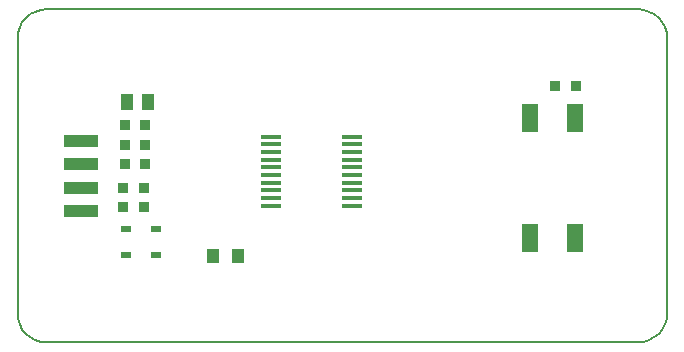
<source format=gbr>
G04 PROTEUS RS274X GERBER FILE*
%FSLAX45Y45*%
%MOMM*%
G01*
%ADD13R,1.701800X0.457200*%
%ADD14R,1.473200X2.387600*%
%ADD15R,1.016000X1.270000*%
%ADD16R,0.990600X1.397000*%
%ADD17R,0.889000X0.889000*%
%ADD18R,2.997200X0.990600*%
%ADD71R,0.838200X0.508000*%
%ADD22C,0.203200*%
D13*
X+2142240Y+1643180D03*
X+2142240Y+1578180D03*
X+2142240Y+1513180D03*
X+2142240Y+1448180D03*
X+2142240Y+1383180D03*
X+2142240Y+1318180D03*
X+2142240Y+1253180D03*
X+2142240Y+1188180D03*
X+2142240Y+1123180D03*
X+2142240Y+1058180D03*
X+2832240Y+1058180D03*
X+2832240Y+1123180D03*
X+2832240Y+1188180D03*
X+2832240Y+1253180D03*
X+2832240Y+1318180D03*
X+2832240Y+1383180D03*
X+2832240Y+1448180D03*
X+2832240Y+1513180D03*
X+2832240Y+1578180D03*
X+2832240Y+1643180D03*
D14*
X+4721000Y+784000D03*
X+4340000Y+1800000D03*
X+4721000Y+1800000D03*
X+4340000Y+784000D03*
D15*
X+1656300Y+634460D03*
X+1869660Y+634460D03*
D16*
X+924740Y+1937860D03*
X+1104740Y+1937860D03*
D17*
X+906620Y+1742280D03*
X+1079340Y+1742280D03*
D18*
X+540000Y+1009040D03*
X+540000Y+1209040D03*
X+540000Y+1409040D03*
X+540000Y+1609040D03*
D71*
X+915860Y+863440D03*
X+1175860Y+863440D03*
X+1175860Y+637380D03*
X+915860Y+637380D03*
D17*
X+1070000Y+1209040D03*
X+897280Y+1209040D03*
X+1080000Y+1409040D03*
X+907280Y+1409040D03*
X+896460Y+1043780D03*
X+1069180Y+1043780D03*
X+1079340Y+1574640D03*
X+906620Y+1574640D03*
X+4726680Y+2068840D03*
X+4553960Y+2068840D03*
D22*
X+0Y+150000D02*
X+0Y+2470000D01*
X+250000Y+2720000D02*
X+5250000Y+2720000D01*
X+5500000Y+2470000D02*
X+5500000Y+150000D01*
X+5250000Y-100000D02*
X+250000Y-100000D01*
X+0Y+2470000D02*
X+4974Y+2521117D01*
X+19287Y+2568389D01*
X+42023Y+2610900D01*
X+72266Y+2647734D01*
X+109100Y+2677977D01*
X+151611Y+2700713D01*
X+198883Y+2715026D01*
X+250000Y+2720000D01*
X+0Y+150000D02*
X+4974Y+98883D01*
X+19287Y+51611D01*
X+42023Y+9100D01*
X+72266Y-27734D01*
X+109100Y-57977D01*
X+151611Y-80713D01*
X+198883Y-95026D01*
X+250000Y-100000D01*
X+5250000Y-100000D02*
X+5301117Y-95026D01*
X+5348389Y-80713D01*
X+5390900Y-57977D01*
X+5427734Y-27734D01*
X+5457977Y+9100D01*
X+5480713Y+51611D01*
X+5495026Y+98883D01*
X+5500000Y+150000D01*
X+5500000Y+2470000D02*
X+5495026Y+2521117D01*
X+5480713Y+2568389D01*
X+5457977Y+2610900D01*
X+5427734Y+2647734D01*
X+5390900Y+2677977D01*
X+5348389Y+2700713D01*
X+5301117Y+2715026D01*
X+5250000Y+2720000D01*
M02*

</source>
